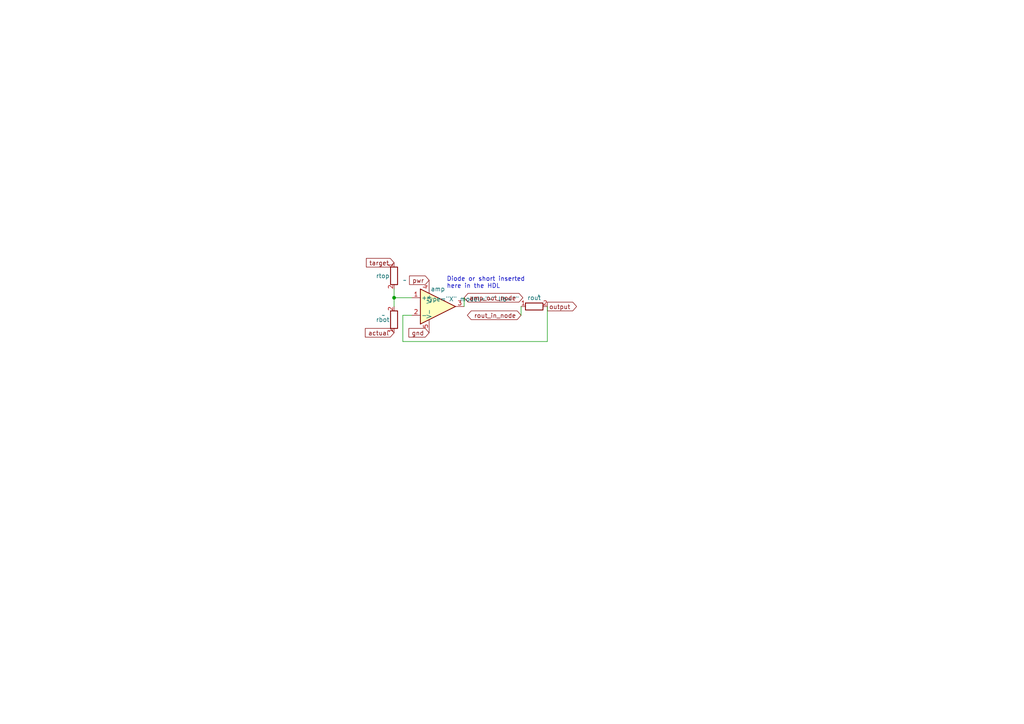
<source format=kicad_sch>
(kicad_sch (version 20211123) (generator eeschema)
  (paper "A4")
  (lib_symbols
    (symbol "Device:R" (pin_names (offset 0))
      (property "Reference" "R" (at 2.032 0 90))
      (property "Value" "R" (at 0 0 90))
      (symbol "R_0_1"
        (rectangle (start -1.016 -2.54) (end 1.016 2.54) (stroke (width 0.254)))
      )
      (symbol "R_1_1"
        (pin passive line (at 0 3.81 270) (length 1.27) (name "~") (number "1"))
        (pin passive line (at 0 -3.81 90) (length 1.27) (name "~") (number "2"))
      )
    )
    (symbol "Simulation_SPICE:OPAMP" (pin_names (offset 0.254))
      (property "Reference" "U" (at 3.81 3.175 0))
      (property "Value" "OPAMP" (at 3.81 -3.175 0))
      (symbol "OPAMP_0_1"
        (polyline (pts (xy 5.08 0) (xy -5.08 5.08) (xy -5.08 -5.08) (xy 5.08 0)) (stroke (width 0.254)) (fill (type background)))
      )
      (symbol "OPAMP_1_1"
        (pin input line (at -7.62 2.54 0) (length 2.54) (name "+") (number "1"))
        (pin input line (at -7.62 -2.54 0) (length 2.54) (name "-") (number "2"))
        (pin output line (at 7.62 0 180) (length 2.54) (name "~") (number "3"))
        (pin power_in line (at -2.54 7.62 270) (length 3.81) (name "V+") (number "4"))
        (pin power_in line (at -2.54 -7.62 90) (length 3.81) (name "V-") (number "5"))
      )
    )
  )
  (junction (at 114.3 86.36))
  (wire (pts (xy 116.84 91.44) (xy 116.84 99.06)))
  (wire (pts (xy 116.84 99.06) (xy 158.75 99.06)))
  (wire (pts (xy 114.3 83.82) (xy 114.3 86.36)))
  (wire (pts (xy 119.38 91.44) (xy 116.84 91.44)))
  (wire (pts (xy 158.75 88.9) (xy 158.75 99.06)))
  (wire (pts (xy 134.62 86.36) (xy 134.62 88.9)))
  (wire (pts (xy 114.3 86.36) (xy 119.38 86.36)))
  (wire (pts (xy 151.13 88.9) (xy 151.13 91.44)))
  (wire (pts (xy 114.3 86.36) (xy 114.3 88.9)))
  (text "Diode or short inserted\nhere in the HDL" (at 129.54 83.82 0) (effects (font (size 1.27 1.27)) (justify left bottom)))
  (global_label "pwr" (shape input) (at 124.46 81.28 180) (property "Intersheet References" "${INTERSHEET_REFS}" (effects hide)))
  (global_label "output" (shape output) (at 158.75 88.9 0) (property "Intersheet References" "${INTERSHEET_REFS}" (effects hide)))
  (global_label "target" (shape input) (at 114.3 76.2 180) (property "Intersheet References" "${INTERSHEET_REFS}" (effects hide)))
  (global_label "actual" (shape input) (at 114.3 96.52 180) (property "Intersheet References" "${INTERSHEET_REFS}" (effects hide)))
  (global_label "rout_in_node" (shape bidirectional) (at 151.13 91.44 180) (property "Intersheet References" "${INTERSHEET_REFS}" (effects hide)))
  (global_label "gnd" (shape input) (at 124.46 96.52 180) (property "Intersheet References" "${INTERSHEET_REFS}" (effects hide)))
  (global_label "amp_out_node" (shape bidirectional) (at 134.62 86.36 0) (property "Intersheet References" "${INTERSHEET_REFS}" (effects hide)))
  (symbol (lib_id "Device:R") (at 154.94 88.9 90) (unit 1)
    (property "Reference" "rout" (at 154.94 86.36 90))
    (property "Value" "~" (at 156.2099 86.36 0) (effects (justify left)))
  )
  (symbol (lib_id "Device:R") (at 114.3 80.01 0) (unit 1)
    (property "Reference" "rtop" (at 113.03 80.01 0) (effects (justify right)))
    (property "Value" "~" (at 116.84 81.2799 0) (effects (justify left)))
  )
  (symbol (lib_id "Simulation_SPICE:OPAMP") (at 127 88.9 0) (unit 1)
    (property "Reference" "amp" (at 127 83.82 0))
    (property "Value" "~" (at 137.16 86.741 0))
    (property "Spice_Netlist_Enabled" "Y" (effects hide))
    (property "Spice_Primitive" "X" (effects hide))
  )
  (symbol (lib_id "Device:R") (at 114.3 92.71 180) (unit 1)
    (property "Reference" "rbot" (at 113.03 92.71 0) (effects (justify left)))
    (property "Value" "~" (at 111.76 91.4401 0) (effects (justify left)))
  )
)
</source>
